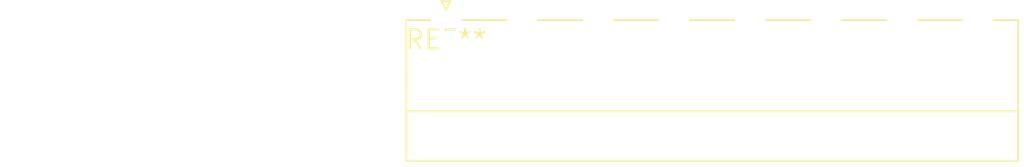
<source format=kicad_pcb>
(kicad_pcb (version 20240108) (generator pcbnew)
  (layers (0 "F.Cu" signal) (31 "B.Cu" signal) (34 "B.Paste" user) (35 "F.Paste" user) (36 "B.SilkS" user "B.Silkscreen") (37 "F.SilkS" user "F.Silkscreen") (38 "B.Mask" user) (39 "F.Mask" user) (44 "Edge.Cuts" user))
  (net 0 "")
  (footprint "PhoenixContact_MC_1,5_8-G-5.08_1x08_P5.08mm_Horizontal" (layer "F.Cu") (at 0 0)
    (property "Reference" "REF**")
    (property "Value" "PhoenixContact_MC_1,5_8-G-5.08_1x08_P5.08mm_Horizontal")
    (fp_line (start -2.65 -1.31) (end -2.65 8.11) (layer "F.SilkS") (stroke (width 0.12)))
    (fp_line (start -2.65 -1.31) (end -1.05 -1.31) (layer "F.SilkS") (stroke (width 0.12)))
    (fp_line (start -2.65 4.8) (end 38.21 4.8) (layer "F.SilkS") (stroke (width 0.12)))
    (fp_line (start -2.65 8.11) (end 38.21 8.11) (layer "F.SilkS") (stroke (width 0.12)))
    (fp_line (start -0.3 -2.6) (end 0.3 -2.6) (layer "F.SilkS") (stroke (width 0.12)))
    (fp_line (start 0 -2) (end -0.3 -2.6) (layer "F.SilkS") (stroke (width 0.12)))
    (fp_line (start 0.3 -2.6) (end 0 -2) (layer "F.SilkS") (stroke (width 0.12)))
    (fp_line (start 1.05 -1.31) (end 4.03 -1.31) (layer "F.SilkS") (stroke (width 0.12)))
    (fp_line (start 6.13 -1.31) (end 9.11 -1.31) (layer "F.SilkS") (stroke (width 0.12)))
    (fp_line (start 11.21 -1.31) (end 14.19 -1.31) (layer "F.SilkS") (stroke (width 0.12)))
    (fp_line (start 16.29 -1.31) (end 19.27 -1.31) (layer "F.SilkS") (stroke (width 0.12)))
    (fp_line (start 21.37 -1.31) (end 24.35 -1.31) (layer "F.SilkS") (stroke (width 0.12)))
    (fp_line (start 26.45 -1.31) (end 29.43 -1.31) (layer "F.SilkS") (stroke (width 0.12)))
    (fp_line (start 31.53 -1.31) (end 34.51 -1.31) (layer "F.SilkS") (stroke (width 0.12)))
    (fp_line (start 38.21 -1.31) (end 36.61 -1.31) (layer "F.SilkS") (stroke (width 0.12)))
    (fp_line (start 38.21 8.11) (end 38.21 -1.31) (layer "F.SilkS") (stroke (width 0.12)))
    (pad "1" thru_hole roundrect (at 0 0) (size 1.8 3.6) (drill 1.2) (layers *.Cu *.Mask) (remove_unused_layers) (roundrect_rratio 0.138889))
    (pad "2" thru_hole oval (at 5.08 0) (size 1.8 3.6) (drill 1.2) (layers *.Cu *.Mask) (remove_unused_layers))
    (pad "3" thru_hole oval (at 10.16 0) (size 1.8 3.6) (drill 1.2) (layers *.Cu *.Mask) (remove_unused_layers))
    (pad "4" thru_hole oval (at 15.24 0) (size 1.8 3.6) (drill 1.2) (layers *.Cu *.Mask) (remove_unused_layers))
    (pad "5" thru_hole oval (at 20.32 0) (size 1.8 3.6) (drill 1.2) (layers *.Cu *.Mask) (remove_unused_layers))
    (pad "6" thru_hole oval (at 25.4 0) (size 1.8 3.6) (drill 1.2) (layers *.Cu *.Mask) (remove_unused_layers))
    (pad "7" thru_hole oval (at 30.48 0) (size 1.8 3.6) (drill 1.2) (layers *.Cu *.Mask) (remove_unused_layers))
    (pad "8" thru_hole oval (at 35.56 0) (size 1.8 3.6) (drill 1.2) (layers *.Cu *.Mask) (remove_unused_layers))
  )
)
</source>
